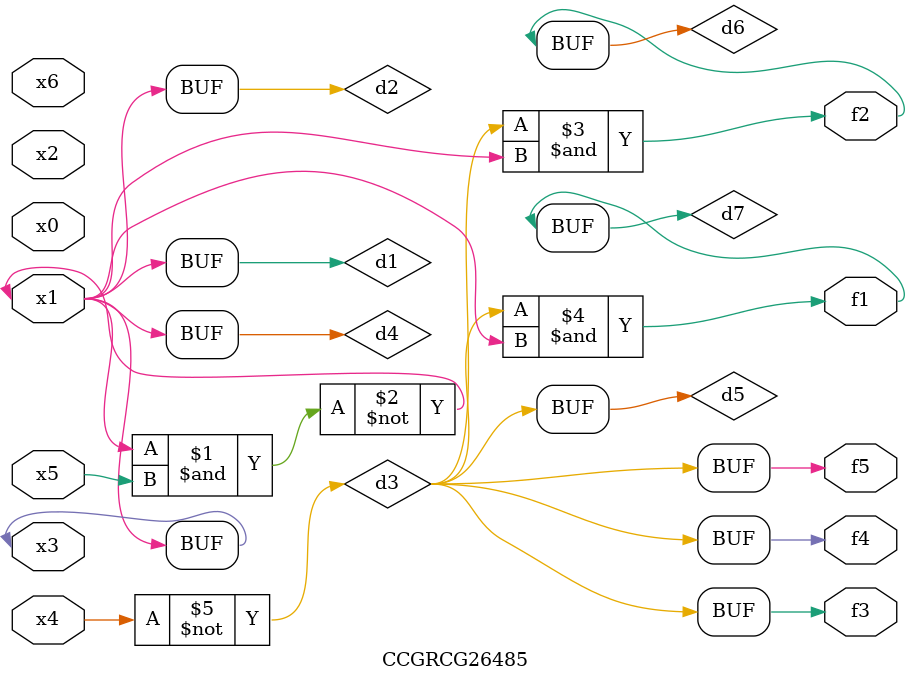
<source format=v>
module CCGRCG26485(
	input x0, x1, x2, x3, x4, x5, x6,
	output f1, f2, f3, f4, f5
);

	wire d1, d2, d3, d4, d5, d6, d7;

	buf (d1, x1, x3);
	nand (d2, x1, x5);
	not (d3, x4);
	buf (d4, d1, d2);
	buf (d5, d3);
	and (d6, d3, d4);
	and (d7, d3, d4);
	assign f1 = d7;
	assign f2 = d6;
	assign f3 = d5;
	assign f4 = d5;
	assign f5 = d5;
endmodule

</source>
